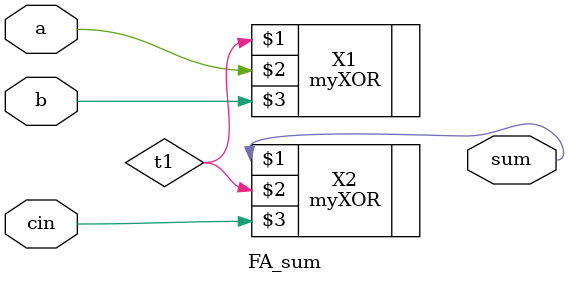
<source format=v>

`include "XOR.v"
`timescale 10ps/1ps


module FA_sum(sum, a, b, cin);
    output sum; 
    input a, b, cin;
    wire t1;

    myXOR X1 (t1, a, b);
    myXOR X2 (sum, t1, cin);

endmodule
</source>
